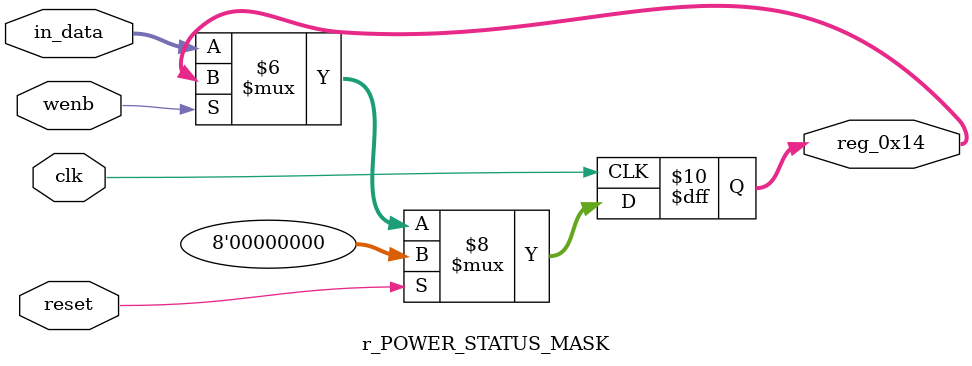
<source format=v>
module r_POWER_STATUS_MASK(output reg [7:0] reg_0x14, input wire reset, input wire wenb, input wire [7:0] in_data, input wire clk);
	always@(posedge clk)
	begin
		if(reset==0) begin
			if(wenb==0)
				reg_0x14<=in_data;
			else
				reg_0x14<=reg_0x14;
		end
		else
			reg_0x14<=8'h00;
	end
endmodule
</source>
